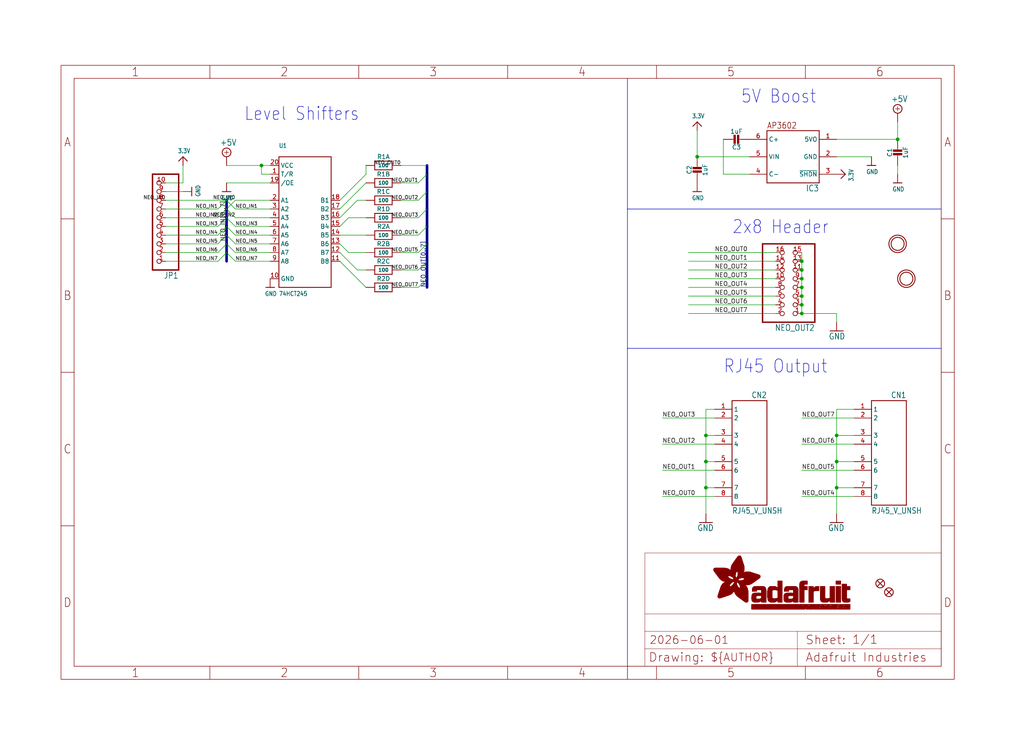
<source format=kicad_sch>
(kicad_sch (version 20230121) (generator eeschema)
  (paper "User" 298.45 217.322)
  (lib_symbols
    (symbol "working-eagle-import:+5V" (power)
      (property "Value" "+5V" (at -1.905 3.175 0))
      (symbol "+5V_1_0"
        (pin power_in line (at 0 -2.54 90) (length 2.54) (name "+5V") (number "1"))
      )
    )
    (symbol "working-eagle-import:3.3V" (power)
      (property "Value" "3.3V" (at -1.524 1.016 0))
      (symbol "3.3V_1_0"
        (pin power_in line (at 0 -2.54 90) (length 2.54) (name "3.3V") (number "1"))
      )
    )
    (symbol "working-eagle-import:74LCX245"
      (property "Reference" "U" (at -7.62 22.86 0))
      (symbol "74LCX245_1_0"
        (pin bidirectional line (at -10.16 15.24 0) (length 2.54) (name "T/R") (number "1"))
        (pin bidirectional line (at -10.16 -15.24 0) (length 2.54) (name "GND") (number "10"))
        (pin bidirectional line (at 10.16 -10.16 180) (length 2.54) (name "B8") (number "11"))
        (pin bidirectional line (at 10.16 -7.62 180) (length 2.54) (name "B7") (number "12"))
        (pin bidirectional line (at 10.16 -5.08 180) (length 2.54) (name "B6") (number "13"))
        (pin bidirectional line (at 10.16 -2.54 180) (length 2.54) (name "B5") (number "14"))
        (pin bidirectional line (at 10.16 0 180) (length 2.54) (name "B4") (number "15"))
        (pin bidirectional line (at 10.16 2.54 180) (length 2.54) (name "B3") (number "16"))
        (pin bidirectional line (at 10.16 5.08 180) (length 2.54) (name "B2") (number "17"))
        (pin bidirectional line (at 10.16 7.62 180) (length 2.54) (name "B1") (number "18"))
        (pin bidirectional line (at -10.16 12.7 0) (length 2.54) (name "/OE") (number "19"))
        (pin bidirectional line (at -10.16 7.62 0) (length 2.54) (name "A1") (number "2"))
        (pin bidirectional line (at -10.16 17.78 0) (length 2.54) (name "VCC") (number "20"))
        (pin bidirectional line (at -10.16 5.08 0) (length 2.54) (name "A2") (number "3"))
        (pin bidirectional line (at -10.16 2.54 0) (length 2.54) (name "A3") (number "4"))
        (pin bidirectional line (at -10.16 0 0) (length 2.54) (name "A4") (number "5"))
        (pin bidirectional line (at -10.16 -2.54 0) (length 2.54) (name "A5") (number "6"))
        (pin bidirectional line (at -10.16 -5.08 0) (length 2.54) (name "A6") (number "7"))
        (pin bidirectional line (at -10.16 -7.62 0) (length 2.54) (name "A7") (number "8"))
        (pin bidirectional line (at -10.16 -10.16 0) (length 2.54) (name "A8") (number "9"))
      )
    )
    (symbol "working-eagle-import:AP3602"
      (property "Reference" "IC" (at -7.62 -10.16 0))
      (symbol "AP3602_1_0"
        (text "AP3602" (at 7.62 10.16 0) (effects (font (size 1.778 1.5113)) (justify right top)))
        (pin power_in line (at -12.7 5.08 0) (length 5.08) (name "5VO") (number "1"))
        (pin power_in line (at -12.7 0 0) (length 5.08) (name "GND") (number "2"))
        (pin input line (at -12.7 -5.08 0) (length 5.08) (name "~{SHDN}") (number "3"))
        (pin bidirectional line (at 12.7 -5.08 180) (length 5.08) (name "C-") (number "4"))
        (pin power_in line (at 12.7 0 180) (length 5.08) (name "VIN") (number "5"))
        (pin bidirectional line (at 12.7 5.08 180) (length 5.08) (name "C+") (number "6"))
      )
    )
    (symbol "working-eagle-import:CAP_CERAMIC0603_NO"
      (property "Reference" "C" (at -2.29 1.25 90))
      (symbol "CAP_CERAMIC0603_NO_1_0"
        (pin passive line (at 0 5.08 270) (length 2.54) (name "1") (number "1"))
        (pin passive line (at 0 -2.54 90) (length 2.54) (name "2") (number "2"))
      )
    )
    (symbol "working-eagle-import:FIDUCIAL_1MM")
    (symbol "working-eagle-import:FRAME_A4_ADAFRUIT"
      (symbol "FRAME_A4_ADAFRUIT_1_0"
        (text "${#}/${##}" (at 230.505 10.16 0) (effects (font (size 2.54 2.54)) (justify left bottom)))
        (text "${AUTHOR}" (at 189.23 5.08 0) (effects (font (size 2.286 2.286)) (justify left bottom)))
        (text "${CURRENT_DATE}" (at 171.45 10.16 0) (effects (font (size 2.286 2.286)) (justify left bottom)))
        (text "${PROJECTNAME}" (at 171.45 15.24 0) (effects (font (size 2.54 2.54)) (justify left bottom)))
        (text "1" (at 21.6958 1.905 0) (effects (font (size 2.54 2.286))))
        (text "1" (at 21.6958 177.165 0) (effects (font (size 2.54 2.286))))
        (text "2" (at 65.0875 1.905 0) (effects (font (size 2.54 2.286))))
        (text "2" (at 65.0875 177.165 0) (effects (font (size 2.54 2.286))))
        (text "3" (at 108.4792 1.905 0) (effects (font (size 2.54 2.286))))
        (text "3" (at 108.4792 177.165 0) (effects (font (size 2.54 2.286))))
        (text "4" (at 151.8708 1.905 0) (effects (font (size 2.54 2.286))))
        (text "4" (at 151.8708 177.165 0) (effects (font (size 2.54 2.286))))
        (text "5" (at 195.2625 1.905 0) (effects (font (size 2.54 2.286))))
        (text "5" (at 195.2625 177.165 0) (effects (font (size 2.54 2.286))))
        (text "6" (at 238.6542 1.905 0) (effects (font (size 2.54 2.286))))
        (text "6" (at 238.6542 177.165 0) (effects (font (size 2.54 2.286))))
        (text "A" (at 1.905 156.6863 0) (effects (font (size 2.54 2.286))))
        (text "A" (at 258.445 156.6863 0) (effects (font (size 2.54 2.286))))
        (text "Adafruit Industries" (at 216.916 4.953 0) (effects (font (size 2.54 2.54)) (justify left bottom)))
        (text "B" (at 1.905 111.9188 0) (effects (font (size 2.54 2.286))))
        (text "B" (at 258.445 111.9188 0) (effects (font (size 2.54 2.286))))
        (text "C" (at 1.905 67.1513 0) (effects (font (size 2.54 2.286))))
        (text "C" (at 258.445 67.1513 0) (effects (font (size 2.54 2.286))))
        (text "D" (at 1.905 22.3838 0) (effects (font (size 2.54 2.286))))
        (text "D" (at 258.445 22.3838 0) (effects (font (size 2.54 2.286))))
        (text "Drawing:" (at 171.196 4.953 0) (effects (font (size 2.54 2.54)) (justify left bottom)))
        (text "Sheet:" (at 216.916 10.033 0) (effects (font (size 2.54 2.54)) (justify left bottom)))
      )
    )
    (symbol "working-eagle-import:GND" (power)
      (property "Value" "GND" (at -1.524 -2.54 0))
      (symbol "GND_1_0"
        (pin power_in line (at 0 2.54 270) (length 2.54) (name "GND") (number "1"))
      )
    )
    (symbol "working-eagle-import:HEADER-1X1070MIL"
      (property "Reference" "JP" (at -6.35 13.335 0))
      (symbol "HEADER-1X1070MIL_1_0"
        (pin passive inverted (at -2.54 10.16 0) (length 2.54) (name "1") (number "1"))
        (pin passive inverted (at -2.54 -12.7 0) (length 2.54) (name "10") (number "10"))
        (pin passive inverted (at -2.54 7.62 0) (length 2.54) (name "2") (number "2"))
        (pin passive inverted (at -2.54 5.08 0) (length 2.54) (name "3") (number "3"))
        (pin passive inverted (at -2.54 2.54 0) (length 2.54) (name "4") (number "4"))
        (pin passive inverted (at -2.54 0 0) (length 2.54) (name "5") (number "5"))
        (pin passive inverted (at -2.54 -2.54 0) (length 2.54) (name "6") (number "6"))
        (pin passive inverted (at -2.54 -5.08 0) (length 2.54) (name "7") (number "7"))
        (pin passive inverted (at -2.54 -7.62 0) (length 2.54) (name "8") (number "8"))
        (pin passive inverted (at -2.54 -10.16 0) (length 2.54) (name "9") (number "9"))
      )
    )
    (symbol "working-eagle-import:HEADER-2X8"
      (property "Reference" "JP" (at -8.89 10.795 0))
      (symbol "HEADER-2X8_1_0"
        (pin passive inverted (at -5.08 7.62 0) (length 2.54) (name "1") (number "1"))
        (pin passive inverted (at 2.54 -2.54 180) (length 2.54) (name "10") (number "10"))
        (pin passive inverted (at -5.08 -5.08 0) (length 2.54) (name "11") (number "11"))
        (pin passive inverted (at 2.54 -5.08 180) (length 2.54) (name "12") (number "12"))
        (pin passive inverted (at -5.08 -7.62 0) (length 2.54) (name "13") (number "13"))
        (pin passive inverted (at 2.54 -7.62 180) (length 2.54) (name "14") (number "14"))
        (pin passive inverted (at -5.08 -10.16 0) (length 2.54) (name "15") (number "15"))
        (pin passive inverted (at 2.54 -10.16 180) (length 2.54) (name "16") (number "16"))
        (pin passive inverted (at 2.54 7.62 180) (length 2.54) (name "2") (number "2"))
        (pin passive inverted (at -5.08 5.08 0) (length 2.54) (name "3") (number "3"))
        (pin passive inverted (at 2.54 5.08 180) (length 2.54) (name "4") (number "4"))
        (pin passive inverted (at -5.08 2.54 0) (length 2.54) (name "5") (number "5"))
        (pin passive inverted (at 2.54 2.54 180) (length 2.54) (name "6") (number "6"))
        (pin passive inverted (at -5.08 0 0) (length 2.54) (name "7") (number "7"))
        (pin passive inverted (at 2.54 0 180) (length 2.54) (name "8") (number "8"))
        (pin passive inverted (at -5.08 -2.54 0) (length 2.54) (name "9") (number "9"))
      )
    )
    (symbol "working-eagle-import:MOUNTINGHOLE2.5")
    (symbol "working-eagle-import:RESISTOR_4PACK"
      (property "Reference" "R" (at 0 2.54 0))
      (symbol "RESISTOR_4PACK_1_0"
        (pin passive line (at -5.08 0 0) (length 2.54) (name "1") (number "1"))
        (pin passive line (at 5.08 0 180) (length 2.54) (name "2") (number "8"))
      )
      (symbol "RESISTOR_4PACK_2_0"
        (pin passive line (at -5.08 0 0) (length 2.54) (name "1") (number "2"))
        (pin passive line (at 5.08 0 180) (length 2.54) (name "2") (number "7"))
      )
      (symbol "RESISTOR_4PACK_3_0"
        (pin passive line (at -5.08 0 0) (length 2.54) (name "1") (number "3"))
        (pin passive line (at 5.08 0 180) (length 2.54) (name "2") (number "6"))
      )
      (symbol "RESISTOR_4PACK_4_0"
        (pin passive line (at -5.08 0 0) (length 2.54) (name "1") (number "4"))
        (pin passive line (at 5.08 0 180) (length 2.54) (name "2") (number "5"))
      )
    )
    (symbol "working-eagle-import:RJ45_V_UNSH"
      (property "Reference" "CN" (at 5.08 17.78 0))
      (symbol "RJ45_V_UNSH_1_0"
        (pin bidirectional line (at -10.16 12.7 0) (length 5.08) (name "1") (number "1"))
        (pin bidirectional line (at -10.16 10.16 0) (length 5.08) (name "2") (number "2"))
        (pin bidirectional line (at -10.16 5.08 0) (length 5.08) (name "3") (number "3"))
        (pin bidirectional line (at -10.16 2.54 0) (length 5.08) (name "4") (number "4"))
        (pin bidirectional line (at -10.16 -2.54 0) (length 5.08) (name "5") (number "5"))
        (pin bidirectional line (at -10.16 -5.08 0) (length 5.08) (name "6") (number "6"))
        (pin bidirectional line (at -10.16 -10.16 0) (length 5.08) (name "7") (number "7"))
        (pin bidirectional line (at -10.16 -12.7 0) (length 5.08) (name "8") (number "8"))
      )
    )
    (symbol "working-eagle-import:supply1_GND" (power)
      (property "Value" "supply1_GND" (at -2.54 -2.54 0))
      (symbol "supply1_GND_1_0"
        (pin power_in line (at 0 2.54 270) (length 2.54) (name "GND") (number "1"))
      )
    )
  )
  (junction (at 261.62 40.64))
  (junction (at 205.74 134.62))
  (junction (at 205.74 127))
  (junction (at 76.2 48.26))
  (junction (at 243.84 142.24))
  (junction (at 233.68 91.44))
  (junction (at 205.74 142.24))
  (junction (at 243.84 134.62))
  (junction (at 233.68 86.36))
  (junction (at 243.84 127))
  (junction (at 233.68 81.28))
  (junction (at 233.68 78.74))
  (junction (at 233.68 88.9))
  (junction (at 233.68 76.2))
  (junction (at 233.68 83.82))
  (junction (at 203.2 45.72))
  (bus_entry (at 63.5 63.5) (size 2.54 -2.54))
  (bus_entry (at 121.92 58.42) (size 2.54 -2.54))
  (bus_entry (at 68.58 66.04) (size -2.54 -2.54))
  (bus_entry (at 63.5 66.04) (size 2.54 -2.54))
  (bus_entry (at 121.92 53.34) (size 2.54 -2.54))
  (bus_entry (at 121.92 78.74) (size 2.54 -2.54))
  (bus_entry (at 121.92 83.82) (size 2.54 -2.54))
  (bus_entry (at 68.58 73.66) (size -2.54 -2.54))
  (bus_entry (at 121.92 73.66) (size 2.54 -2.54))
  (bus_entry (at 68.58 60.96) (size -2.54 -2.54))
  (bus_entry (at 63.5 76.2) (size 2.54 -2.54))
  (bus_entry (at 68.58 63.5) (size -2.54 -2.54))
  (bus_entry (at 121.92 68.58) (size 2.54 -2.54))
  (bus_entry (at 63.5 73.66) (size 2.54 -2.54))
  (bus_entry (at 63.5 71.12) (size 2.54 -2.54))
  (bus_entry (at 121.92 63.5) (size 2.54 -2.54))
  (bus_entry (at 63.5 60.96) (size 2.54 -2.54))
  (bus_entry (at 63.5 68.58) (size 2.54 -2.54))
  (bus_entry (at 68.58 68.58) (size -2.54 -2.54))
  (bus_entry (at 68.58 58.42) (size -2.54 2.54))
  (bus_entry (at 68.58 71.12) (size -2.54 -2.54))
  (bus_entry (at 68.58 76.2) (size -2.54 -2.54))
  (wire (pts (xy 66.04 48.26) (xy 76.2 48.26)) (stroke (width 0.1524)))
  (bus (pts (xy 124.46 66.04) (xy 124.46 71.12)) (stroke (width 0.762)))
  (wire (pts (xy 116.84 53.34) (xy 121.92 53.34)) (stroke (width 0.1524)))
  (wire (pts (xy 48.26 63.5) (xy 63.5 63.5)) (stroke (width 0.1524)))
  (wire (pts (xy 208.28 134.62) (xy 205.74 134.62)) (stroke (width 0.1524)))
  (wire (pts (xy 76.2 50.8) (xy 76.2 48.26)) (stroke (width 0.1524)))
  (wire (pts (xy 106.68 50.8) (xy 106.68 48.26)) (stroke (width 0.1524)))
  (wire (pts (xy 233.68 83.82) (xy 233.68 86.36)) (stroke (width 0.1524)))
  (wire (pts (xy 48.26 71.12) (xy 63.5 71.12)) (stroke (width 0.1524)))
  (wire (pts (xy 99.06 60.96) (xy 106.68 53.34)) (stroke (width 0.1524)))
  (wire (pts (xy 99.06 71.12) (xy 101.6 73.66)) (stroke (width 0.1524)))
  (wire (pts (xy 116.84 73.66) (xy 121.92 73.66)) (stroke (width 0.1524)))
  (wire (pts (xy 116.84 78.74) (xy 121.92 78.74)) (stroke (width 0.1524)))
  (wire (pts (xy 68.58 58.42) (xy 78.74 58.42)) (stroke (width 0.1524)))
  (wire (pts (xy 233.68 88.9) (xy 233.68 91.44)) (stroke (width 0.1524)))
  (wire (pts (xy 243.84 119.38) (xy 243.84 127)) (stroke (width 0.1524)))
  (wire (pts (xy 101.6 73.66) (xy 106.68 73.66)) (stroke (width 0.1524)))
  (wire (pts (xy 248.92 137.16) (xy 233.68 137.16)) (stroke (width 0.1524)))
  (wire (pts (xy 233.68 129.54) (xy 248.92 129.54)) (stroke (width 0.1524)))
  (polyline (pts (xy 182.88 60.96) (xy 274.32 60.96)) (stroke (width 0.1524) (type solid)))
  (bus (pts (xy 66.04 73.66) (xy 66.04 76.2)) (stroke (width 0.762)))
  (wire (pts (xy 104.14 78.74) (xy 106.68 78.74)) (stroke (width 0.1524)))
  (wire (pts (xy 200.66 91.44) (xy 226.06 91.44)) (stroke (width 0.1524)))
  (wire (pts (xy 210.82 50.8) (xy 210.82 40.64)) (stroke (width 0.1524)))
  (wire (pts (xy 48.26 66.04) (xy 63.5 66.04)) (stroke (width 0.1524)))
  (wire (pts (xy 116.84 58.42) (xy 121.92 58.42)) (stroke (width 0.1524)))
  (wire (pts (xy 48.26 53.34) (xy 53.34 53.34)) (stroke (width 0.1524)))
  (wire (pts (xy 200.66 86.36) (xy 226.06 86.36)) (stroke (width 0.1524)))
  (wire (pts (xy 76.2 48.26) (xy 78.74 48.26)) (stroke (width 0.1524)))
  (wire (pts (xy 48.26 73.66) (xy 63.5 73.66)) (stroke (width 0.1524)))
  (wire (pts (xy 200.66 73.66) (xy 226.06 73.66)) (stroke (width 0.1524)))
  (wire (pts (xy 200.66 81.28) (xy 226.06 81.28)) (stroke (width 0.1524)))
  (wire (pts (xy 200.66 78.74) (xy 226.06 78.74)) (stroke (width 0.1524)))
  (wire (pts (xy 48.26 58.42) (xy 66.04 58.42)) (stroke (width 0.1524)))
  (wire (pts (xy 116.84 68.58) (xy 121.92 68.58)) (stroke (width 0.1524)))
  (wire (pts (xy 208.28 129.54) (xy 193.04 129.54)) (stroke (width 0.1524)))
  (wire (pts (xy 208.28 127) (xy 205.74 127)) (stroke (width 0.1524)))
  (wire (pts (xy 78.74 73.66) (xy 68.58 73.66)) (stroke (width 0.1524)))
  (wire (pts (xy 218.44 50.8) (xy 210.82 50.8)) (stroke (width 0.1524)))
  (bus (pts (xy 66.04 66.04) (xy 66.04 68.58)) (stroke (width 0.762)))
  (wire (pts (xy 226.06 83.82) (xy 200.66 83.82)) (stroke (width 0.1524)))
  (wire (pts (xy 208.28 119.38) (xy 205.74 119.38)) (stroke (width 0.1524)))
  (wire (pts (xy 248.92 134.62) (xy 243.84 134.62)) (stroke (width 0.1524)))
  (wire (pts (xy 78.74 60.96) (xy 68.58 60.96)) (stroke (width 0.1524)))
  (bus (pts (xy 66.04 71.12) (xy 66.04 73.66)) (stroke (width 0.762)))
  (wire (pts (xy 208.28 144.78) (xy 193.04 144.78)) (stroke (width 0.1524)))
  (wire (pts (xy 99.06 76.2) (xy 106.68 83.82)) (stroke (width 0.1524)))
  (wire (pts (xy 243.84 127) (xy 243.84 134.62)) (stroke (width 0.1524)))
  (wire (pts (xy 99.06 63.5) (xy 104.14 58.42)) (stroke (width 0.1524)))
  (wire (pts (xy 205.74 142.24) (xy 205.74 149.86)) (stroke (width 0.1524)))
  (wire (pts (xy 78.74 66.04) (xy 68.58 66.04)) (stroke (width 0.1524)))
  (wire (pts (xy 218.44 45.72) (xy 203.2 45.72)) (stroke (width 0.1524)))
  (bus (pts (xy 66.04 68.58) (xy 66.04 71.12)) (stroke (width 0.762)))
  (bus (pts (xy 66.04 58.42) (xy 66.04 60.96)) (stroke (width 0.762)))
  (wire (pts (xy 48.26 76.2) (xy 63.5 76.2)) (stroke (width 0.1524)))
  (wire (pts (xy 99.06 73.66) (xy 104.14 78.74)) (stroke (width 0.1524)))
  (wire (pts (xy 203.2 45.72) (xy 203.2 38.1)) (stroke (width 0.1524)))
  (bus (pts (xy 124.46 81.28) (xy 124.46 83.82)) (stroke (width 0.762)))
  (bus (pts (xy 124.46 50.8) (xy 124.46 55.88)) (stroke (width 0.762)))
  (bus (pts (xy 66.04 63.5) (xy 66.04 66.04)) (stroke (width 0.762)))
  (bus (pts (xy 124.46 48.26) (xy 124.46 50.8)) (stroke (width 0.762)))
  (wire (pts (xy 205.74 142.24) (xy 208.28 142.24)) (stroke (width 0.1524)))
  (wire (pts (xy 193.04 137.16) (xy 208.28 137.16)) (stroke (width 0.1524)))
  (polyline (pts (xy 182.88 101.6) (xy 182.88 198.12)) (stroke (width 0.1524) (type solid)))
  (wire (pts (xy 248.92 119.38) (xy 243.84 119.38)) (stroke (width 0.1524)))
  (wire (pts (xy 104.14 58.42) (xy 106.68 58.42)) (stroke (width 0.1524)))
  (wire (pts (xy 261.62 48.26) (xy 261.62 50.8)) (stroke (width 0.1524)))
  (wire (pts (xy 233.68 86.36) (xy 233.68 88.9)) (stroke (width 0.1524)))
  (wire (pts (xy 78.74 68.58) (xy 68.58 68.58)) (stroke (width 0.1524)))
  (wire (pts (xy 243.84 134.62) (xy 243.84 142.24)) (stroke (width 0.1524)))
  (wire (pts (xy 200.66 76.2) (xy 226.06 76.2)) (stroke (width 0.1524)))
  (wire (pts (xy 205.74 119.38) (xy 205.74 127)) (stroke (width 0.1524)))
  (wire (pts (xy 248.92 127) (xy 243.84 127)) (stroke (width 0.1524)))
  (wire (pts (xy 99.06 58.42) (xy 106.68 50.8)) (stroke (width 0.1524)))
  (wire (pts (xy 53.34 55.88) (xy 48.26 55.88)) (stroke (width 0.1524)))
  (wire (pts (xy 78.74 50.8) (xy 76.2 50.8)) (stroke (width 0.1524)))
  (polyline (pts (xy 182.88 101.6) (xy 182.88 60.96)) (stroke (width 0.1524) (type solid)))
  (wire (pts (xy 243.84 142.24) (xy 248.92 142.24)) (stroke (width 0.1524)))
  (wire (pts (xy 116.84 48.26) (xy 124.46 48.26)) (stroke (width 0.1524)))
  (bus (pts (xy 66.04 60.96) (xy 66.04 63.5)) (stroke (width 0.762)))
  (wire (pts (xy 66.04 53.34) (xy 78.74 53.34)) (stroke (width 0.1524)))
  (wire (pts (xy 68.58 63.5) (xy 78.74 63.5)) (stroke (width 0.1524)))
  (polyline (pts (xy 182.88 60.96) (xy 182.88 22.86)) (stroke (width 0.1524) (type solid)))
  (wire (pts (xy 116.84 63.5) (xy 121.92 63.5)) (stroke (width 0.1524)))
  (wire (pts (xy 248.92 144.78) (xy 233.68 144.78)) (stroke (width 0.1524)))
  (wire (pts (xy 78.74 76.2) (xy 68.58 76.2)) (stroke (width 0.1524)))
  (wire (pts (xy 116.84 83.82) (xy 121.92 83.82)) (stroke (width 0.1524)))
  (bus (pts (xy 124.46 55.88) (xy 124.46 60.96)) (stroke (width 0.762)))
  (wire (pts (xy 233.68 78.74) (xy 233.68 81.28)) (stroke (width 0.1524)))
  (bus (pts (xy 124.46 76.2) (xy 124.46 81.28)) (stroke (width 0.762)))
  (wire (pts (xy 99.06 68.58) (xy 106.68 68.58)) (stroke (width 0.1524)))
  (wire (pts (xy 254 45.72) (xy 243.84 45.72)) (stroke (width 0.1524)))
  (wire (pts (xy 248.92 121.92) (xy 233.68 121.92)) (stroke (width 0.1524)))
  (wire (pts (xy 243.84 91.44) (xy 243.84 93.98)) (stroke (width 0.1524)))
  (wire (pts (xy 226.06 88.9) (xy 200.66 88.9)) (stroke (width 0.1524)))
  (wire (pts (xy 261.62 40.64) (xy 261.62 35.56)) (stroke (width 0.1524)))
  (wire (pts (xy 48.26 60.96) (xy 63.5 60.96)) (stroke (width 0.1524)))
  (wire (pts (xy 205.74 134.62) (xy 205.74 142.24)) (stroke (width 0.1524)))
  (wire (pts (xy 233.68 91.44) (xy 243.84 91.44)) (stroke (width 0.1524)))
  (wire (pts (xy 243.84 142.24) (xy 243.84 149.86)) (stroke (width 0.1524)))
  (wire (pts (xy 48.26 68.58) (xy 63.5 68.58)) (stroke (width 0.1524)))
  (wire (pts (xy 205.74 127) (xy 205.74 134.62)) (stroke (width 0.1524)))
  (wire (pts (xy 208.28 121.92) (xy 193.04 121.92)) (stroke (width 0.1524)))
  (wire (pts (xy 243.84 40.64) (xy 261.62 40.64)) (stroke (width 0.1524)))
  (polyline (pts (xy 182.88 101.6) (xy 274.32 101.6)) (stroke (width 0.1524) (type solid)))
  (wire (pts (xy 233.68 81.28) (xy 233.68 83.82)) (stroke (width 0.1524)))
  (wire (pts (xy 233.68 73.66) (xy 233.68 76.2)) (stroke (width 0.1524)))
  (wire (pts (xy 101.6 63.5) (xy 106.68 63.5)) (stroke (width 0.1524)))
  (wire (pts (xy 53.34 53.34) (xy 53.34 48.26)) (stroke (width 0.1524)))
  (wire (pts (xy 99.06 66.04) (xy 101.6 63.5)) (stroke (width 0.1524)))
  (bus (pts (xy 124.46 71.12) (xy 124.46 76.2)) (stroke (width 0.762)))
  (wire (pts (xy 78.74 71.12) (xy 68.58 71.12)) (stroke (width 0.1524)))
  (bus (pts (xy 124.46 60.96) (xy 124.46 66.04)) (stroke (width 0.762)))
  (wire (pts (xy 233.68 76.2) (xy 233.68 78.74)) (stroke (width 0.1524)))
  (text "RJ45 Output" (at 210.82 109.22 0) (effects (font (size 3.81 3.2385)) (justify left bottom)))
  (text "Level Shifters" (at 71.12 35.56 0) (effects (font (size 3.81 3.2385)) (justify left bottom)))
  (text "5V Boost" (at 215.9 30.48 0) (effects (font (size 3.81 3.2385)) (justify left bottom)))
  (text "2x8 Header" (at 213.36 68.58 0) (effects (font (size 3.81 3.2385)) (justify left bottom)))
  (label "NEO_IN6" (at 68.58 73.66 0) (effects (font (size 1.016 1.016))))
  (label "NEO_IN0" (at 48.26 58.42 180) (effects (font (size 1.016 1.016))))
  (label "NEO_OUT3" (at 121.92 63.5 180) (effects (font (size 1.016 1.016))))
  (label "NEO_OUT4" (at 121.92 68.58 180) (effects (font (size 1.016 1.016))))
  (label "NEO_OUT1" (at 193.04 137.16 0) (effects (font (size 1.2446 1.2446))))
  (label "NEO_OUT2" (at 121.92 58.42 180) (effects (font (size 1.016 1.016))))
  (label "NEO_OUT5" (at 121.92 73.66 180) (effects (font (size 1.016 1.016))))
  (label "NEO_OUT2" (at 208.28 78.74 0) (effects (font (size 1.2446 1.2446))))
  (label "NEO_OUT5" (at 233.68 137.16 0) (effects (font (size 1.2446 1.2446))))
  (label "NEO_OUT7" (at 208.28 91.44 0) (effects (font (size 1.2446 1.2446))))
  (label "NEO_OUT6" (at 233.68 129.54 0) (effects (font (size 1.2446 1.2446))))
  (label "NEO_OUT6" (at 121.92 78.74 180) (effects (font (size 1.016 1.016))))
  (label "NEO_OUT0" (at 193.04 144.78 0) (effects (font (size 1.2446 1.2446))))
  (label "NEO_OUT5" (at 208.28 86.36 0) (effects (font (size 1.2446 1.2446))))
  (label "NEO_IN4" (at 63.5 68.58 180) (effects (font (size 1.016 1.016))))
  (label "NEO_OUT0" (at 208.28 73.66 0) (effects (font (size 1.2446 1.2446))))
  (label "NEO_OUT0" (at 116.84 48.26 180) (effects (font (size 1.016 1.016))))
  (label "NEO_IN3" (at 63.5 66.04 180) (effects (font (size 1.016 1.016))))
  (label "NEO_IN1" (at 63.5 60.96 180) (effects (font (size 1.016 1.016))))
  (label "NEO_OUT1" (at 121.92 53.34 180) (effects (font (size 1.016 1.016))))
  (label "NEO_OUT2" (at 193.04 129.54 0) (effects (font (size 1.2446 1.2446))))
  (label "NEO_OUT7" (at 121.92 83.82 180) (effects (font (size 1.016 1.016))))
  (label "NEO_OUT3" (at 208.28 81.28 0) (effects (font (size 1.2446 1.2446))))
  (label "NEO_IN6" (at 63.5 73.66 180) (effects (font (size 1.016 1.016))))
  (label "NEO_IN3" (at 68.58 66.04 0) (effects (font (size 1.016 1.016))))
  (label "NEO_OUT6" (at 208.28 88.9 0) (effects (font (size 1.2446 1.2446))))
  (label "NEO_IN[0..7]" (at 66.04 58.42 270) (effects (font (size 1.2446 1.2446))))
  (label "NEO_IN4" (at 68.58 68.58 0) (effects (font (size 1.016 1.016))))
  (label "NEO_OUT3" (at 193.04 121.92 0) (effects (font (size 1.2446 1.2446))))
  (label "NEO_IN0" (at 68.58 58.42 180) (effects (font (size 1.016 1.016))))
  (label "NEO_OUT7" (at 233.68 121.92 0) (effects (font (size 1.2446 1.2446))))
  (label "NEO_OUT[0..7]" (at 124.46 83.82 90) (effects (font (size 1.2446 1.2446))))
  (label "NEO_IN7" (at 68.58 76.2 0) (effects (font (size 1.016 1.016))))
  (label "NEO_OUT4" (at 233.68 144.78 0) (effects (font (size 1.2446 1.2446))))
  (label "NEO_IN2" (at 68.58 63.5 180) (effects (font (size 1.016 1.016))))
  (label "NEO_OUT4" (at 208.28 83.82 0) (effects (font (size 1.2446 1.2446))))
  (label "NEO_IN1" (at 68.58 60.96 0) (effects (font (size 1.016 1.016))))
  (label "NEO_IN5" (at 63.5 71.12 180) (effects (font (size 1.016 1.016))))
  (label "NEO_IN2" (at 63.5 63.5 180) (effects (font (size 1.016 1.016))))
  (label "NEO_OUT1" (at 208.28 76.2 0) (effects (font (size 1.2446 1.2446))))
  (label "NEO_IN5" (at 68.58 71.12 0) (effects (font (size 1.016 1.016))))
  (label "NEO_IN7" (at 63.5 76.2 180) (effects (font (size 1.016 1.016))))
  (symbol (lib_id "working-eagle-import:RESISTOR_4PACK") (at 111.76 58.42 0) (unit 3)
    (property "Reference" "R1" (at 111.76 55.88 0))
    (property "Value" "100" (at 111.76 58.42 0) (effects (font (size 1.016 1.016) bold)))
    (property "Footprint" "working:RESPACK_4X0603" (effects hide))
  )
  (symbol (lib_id "working-eagle-import:GND") (at 203.2 55.88 0) (unit 1)
    (property "Reference" "#U$5" (effects hide))
    (property "Value" "GND" (at 201.676 58.42 0) (effects (font (size 1.27 1.0795)) (justify left bottom)))
  )
  (symbol (lib_id "working-eagle-import:MOUNTINGHOLE2.5") (at 264.16 81.28 0) (unit 1)
    (property "Reference" "U$7" (effects hide))
    (property "Value" "MOUNTINGHOLE2.5" (effects hide))
    (property "Footprint" "working:MOUNTINGHOLE_2.5_PLATED" (effects hide))
  )
  (symbol (lib_id "working-eagle-import:RESISTOR_4PACK") (at 111.76 68.58 0) (unit 1)
    (property "Reference" "R2" (at 111.76 66.04 0))
    (property "Value" "100" (at 111.76 68.58 0) (effects (font (size 1.016 1.016) bold)))
    (property "Footprint" "working:RESPACK_4X0603" (effects hide))
  )
  (symbol (lib_id "working-eagle-import:3.3V") (at 246.38 50.8 270) (unit 1)
    (property "Reference" "#U$6" (effects hide))
    (property "Value" "3.3V" (at 247.396 49.276 0) (effects (font (size 1.27 1.0795)) (justify left bottom)))
  )
  (symbol (lib_id "working-eagle-import:HEADER-2X8") (at 228.6 83.82 180) (unit 1)
    (property "Reference" "NEO_OUT2" (at 237.49 94.615 0) (effects (font (size 1.778 1.5113)) (justify left bottom)))
    (property "Value" "HEADER-2X8" (effects hide))
    (property "Footprint" "working:2X08" (effects hide))
  )
  (symbol (lib_id "working-eagle-import:3.3V") (at 53.34 45.72 0) (unit 1)
    (property "Reference" "#U$10" (effects hide))
    (property "Value" "3.3V" (at 51.816 44.704 0) (effects (font (size 1.27 1.0795)) (justify left bottom)))
  )
  (symbol (lib_id "working-eagle-import:RESISTOR_4PACK") (at 111.76 73.66 0) (unit 2)
    (property "Reference" "R2" (at 111.76 71.12 0))
    (property "Value" "100" (at 111.76 73.66 0) (effects (font (size 1.016 1.016) bold)))
    (property "Footprint" "working:RESPACK_4X0603" (effects hide))
  )
  (symbol (lib_id "working-eagle-import:FRAME_A4_ADAFRUIT") (at 17.78 198.12 0) (unit 1)
    (property "Reference" "#U$1" (effects hide))
    (property "Value" "FRAME_A4_ADAFRUIT" (effects hide))
  )
  (symbol (lib_id "working-eagle-import:+5V") (at 66.04 45.72 0) (unit 1)
    (property "Reference" "#SUPPLY2" (effects hide))
    (property "Value" "+5V" (at 64.135 42.545 0) (effects (font (size 1.778 1.5113)) (justify left bottom)))
  )
  (symbol (lib_id "working-eagle-import:GND") (at 78.74 83.82 0) (unit 1)
    (property "Reference" "#U$8" (effects hide))
    (property "Value" "GND" (at 77.216 86.36 0) (effects (font (size 1.27 1.0795)) (justify left bottom)))
  )
  (symbol (lib_id "working-eagle-import:CAP_CERAMIC0603_NO") (at 261.62 45.72 0) (unit 1)
    (property "Reference" "C1" (at 259.33 44.47 90))
    (property "Value" "1uF" (at 263.92 44.47 90))
    (property "Footprint" "working:0603-NO" (effects hide))
  )
  (symbol (lib_id "working-eagle-import:RJ45_V_UNSH") (at 259.08 132.08 0) (unit 1)
    (property "Reference" "CN1" (at 264.16 114.3 0) (effects (font (size 1.6764 1.4249)) (justify right top)))
    (property "Value" "RJ45_V_UNSH" (at 254 149.86 0) (effects (font (size 1.6764 1.4249)) (justify left bottom)))
    (property "Footprint" "working:RJ45_VERTICAL_UNSHIELDED" (effects hide))
  )
  (symbol (lib_id "working-eagle-import:CAP_CERAMIC0603_NO") (at 215.9 40.64 90) (unit 1)
    (property "Reference" "C3" (at 214.65 42.93 90))
    (property "Value" "1uF" (at 214.65 38.34 90))
    (property "Footprint" "working:0603-NO" (effects hide))
  )
  (symbol (lib_id "working-eagle-import:HEADER-1X1070MIL") (at 45.72 66.04 180) (unit 1)
    (property "Reference" "JP1" (at 52.07 79.375 0) (effects (font (size 1.778 1.5113)) (justify left bottom)))
    (property "Value" "HEADER-1X1070MIL" (effects hide))
    (property "Footprint" "working:1X10_ROUND70" (effects hide))
  )
  (symbol (lib_id "working-eagle-import:FIDUCIAL_1MM") (at 256.54 170.18 0) (unit 1)
    (property "Reference" "FID1" (effects hide))
    (property "Value" "FIDUCIAL_1MM" (effects hide))
    (property "Footprint" "working:FIDUCIAL_1MM" (effects hide))
  )
  (symbol (lib_id "working-eagle-import:74LCX245") (at 88.9 66.04 0) (unit 1)
    (property "Reference" "U1" (at 81.28 43.18 0) (effects (font (size 1.27 1.0795)) (justify left bottom)))
    (property "Value" "74HCT245" (at 81.28 86.36 0) (effects (font (size 1.27 1.0795)) (justify left bottom)))
    (property "Footprint" "working:TSSOP20" (effects hide))
  )
  (symbol (lib_id "working-eagle-import:GND") (at 261.62 53.34 0) (unit 1)
    (property "Reference" "#U$2" (effects hide))
    (property "Value" "GND" (at 260.096 55.88 0) (effects (font (size 1.27 1.0795)) (justify left bottom)))
  )
  (symbol (lib_id "working-eagle-import:MOUNTINGHOLE2.5") (at 261.62 71.12 0) (unit 1)
    (property "Reference" "U$3" (effects hide))
    (property "Value" "MOUNTINGHOLE2.5" (effects hide))
    (property "Footprint" "working:MOUNTINGHOLE_2.5_PLATED" (effects hide))
  )
  (symbol (lib_id "working-eagle-import:3.3V") (at 203.2 35.56 0) (unit 1)
    (property "Reference" "#U$4" (effects hide))
    (property "Value" "3.3V" (at 201.676 34.544 0) (effects (font (size 1.27 1.0795)) (justify left bottom)))
  )
  (symbol (lib_id "working-eagle-import:RESISTOR_4PACK") (at 111.76 78.74 0) (unit 3)
    (property "Reference" "R2" (at 111.76 76.2 0))
    (property "Value" "100" (at 111.76 78.74 0) (effects (font (size 1.016 1.016) bold)))
    (property "Footprint" "working:RESPACK_4X0603" (effects hide))
  )
  (symbol (lib_id "working-eagle-import:FIDUCIAL_1MM") (at 259.08 172.72 0) (unit 1)
    (property "Reference" "FID2" (effects hide))
    (property "Value" "FIDUCIAL_1MM" (effects hide))
    (property "Footprint" "working:FIDUCIAL_1MM" (effects hide))
  )
  (symbol (lib_id "working-eagle-import:GND") (at 66.04 55.88 0) (unit 1)
    (property "Reference" "#U$9" (effects hide))
    (property "Value" "GND" (at 64.516 58.42 0) (effects (font (size 1.27 1.0795)) (justify left bottom)))
  )
  (symbol (lib_id "working-eagle-import:RESISTOR_4PACK") (at 111.76 48.26 0) (unit 1)
    (property "Reference" "R1" (at 111.76 45.72 0))
    (property "Value" "100" (at 111.76 48.26 0) (effects (font (size 1.016 1.016) bold)))
    (property "Footprint" "working:RESPACK_4X0603" (effects hide))
  )
  (symbol (lib_id "working-eagle-import:GND") (at 254 48.26 0) (unit 1)
    (property "Reference" "#U$13" (effects hide))
    (property "Value" "GND" (at 252.476 50.8 0) (effects (font (size 1.27 1.0795)) (justify left bottom)))
  )
  (symbol (lib_id "working-eagle-import:supply1_GND") (at 243.84 96.52 0) (mirror y) (unit 1)
    (property "Reference" "#GND3" (effects hide))
    (property "Value" "GND" (at 246.38 99.06 0) (effects (font (size 1.778 1.5113)) (justify left bottom)))
  )
  (symbol (lib_id "working-eagle-import:AP3602") (at 231.14 45.72 0) (mirror y) (unit 1)
    (property "Reference" "IC3" (at 238.76 55.88 0) (effects (font (size 1.778 1.5113)) (justify left bottom)))
    (property "Value" "AP3602" (effects hide))
    (property "Footprint" "working:SOT23-6" (effects hide))
  )
  (symbol (lib_id "working-eagle-import:RESISTOR_4PACK") (at 111.76 53.34 0) (unit 2)
    (property "Reference" "R1" (at 111.76 50.8 0))
    (property "Value" "100" (at 111.76 53.34 0) (effects (font (size 1.016 1.016) bold)))
    (property "Footprint" "working:RESPACK_4X0603" (effects hide))
  )
  (symbol (lib_id "working-eagle-import:supply1_GND") (at 243.84 152.4 0) (unit 1)
    (property "Reference" "#GND12" (effects hide))
    (property "Value" "GND" (at 241.3 154.94 0) (effects (font (size 1.778 1.5113)) (justify left bottom)))
  )
  (symbol (lib_id "working-eagle-import:CAP_CERAMIC0603_NO") (at 203.2 50.8 0) (unit 1)
    (property "Reference" "C2" (at 200.91 49.55 90))
    (property "Value" "1uF" (at 205.5 49.55 90))
    (property "Footprint" "working:0603-NO" (effects hide))
  )
  (symbol (lib_id "working-eagle-import:RJ45_V_UNSH") (at 218.44 132.08 0) (unit 1)
    (property "Reference" "CN2" (at 223.52 114.3 0) (effects (font (size 1.6764 1.4249)) (justify right top)))
    (property "Value" "RJ45_V_UNSH" (at 213.36 149.86 0) (effects (font (size 1.6764 1.4249)) (justify left bottom)))
    (property "Footprint" "working:RJ45_VERTICAL_UNSHIELDED" (effects hide))
  )
  (symbol (lib_id "working-eagle-import:supply1_GND") (at 205.74 152.4 0) (unit 1)
    (property "Reference" "#GND11" (effects hide))
    (property "Value" "GND" (at 203.2 154.94 0) (effects (font (size 1.778 1.5113)) (justify left bottom)))
  )
  (symbol (lib_id "working-eagle-import:GND") (at 55.88 55.88 90) (unit 1)
    (property "Reference" "#U$14" (effects hide))
    (property "Value" "GND" (at 58.42 57.404 0) (effects (font (size 1.27 1.0795)) (justify left bottom)))
  )
  (symbol (lib_id "working-eagle-import:+5V") (at 261.62 33.02 0) (unit 1)
    (property "Reference" "#SUPPLY1" (effects hide))
    (property "Value" "+5V" (at 259.715 29.845 0) (effects (font (size 1.778 1.5113)) (justify left bottom)))
  )
  (symbol (lib_id "working-eagle-import:RESISTOR_4PACK") (at 111.76 63.5 0) (unit 4)
    (property "Reference" "R1" (at 111.76 60.96 0))
    (property "Value" "100" (at 111.76 63.5 0) (effects (font (size 1.016 1.016) bold)))
    (property "Footprint" "working:RESPACK_4X0603" (effects hide))
  )
  (symbol (lib_id "working-eagle-import:RESISTOR_4PACK") (at 111.76 83.82 0) (unit 4)
    (property "Reference" "R2" (at 111.76 81.28 0))
    (property "Value" "100" (at 111.76 83.82 0) (effects (font (size 1.016 1.016) bold)))
    (property "Footprint" "working:RESPACK_4X0603" (effects hide))
  )
)
</source>
